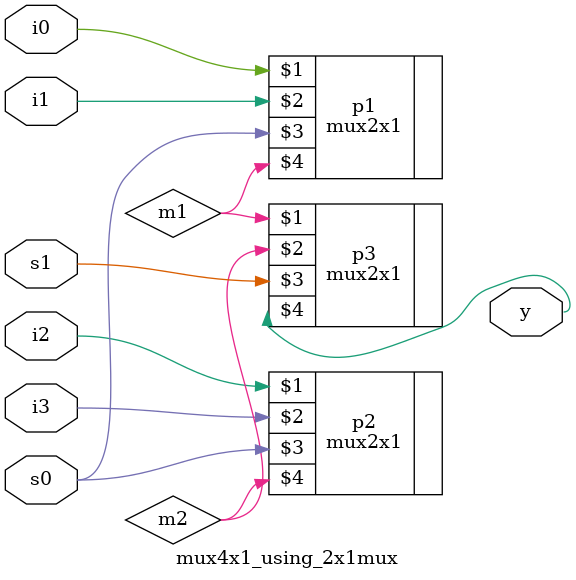
<source format=v>
module mux4x1_using_2x1mux(s0,s1,i0,i1,i2,i3,y);
input s0,s1,i0,i1,i2,i3;
output y;
mux2x1 p1(i0,i1,s0,m1);
mux2x1 p2(i2,i3,s0,m2);
mux2x1 p3(m1,m2,s1,y);
endmodule


</source>
